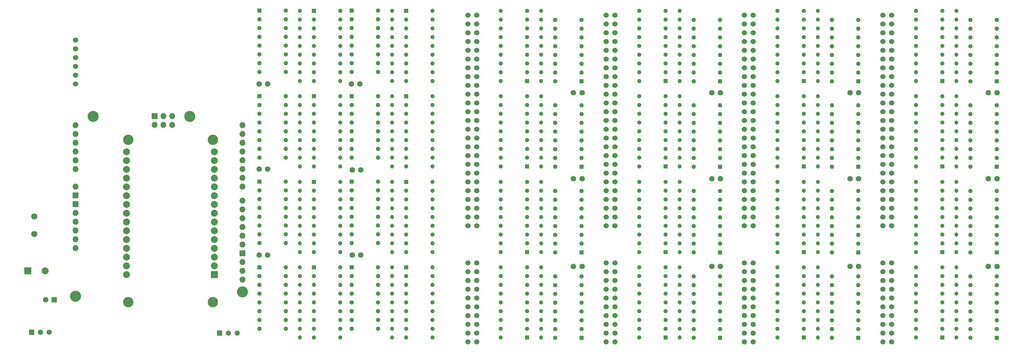
<source format=gbs>
%TF.GenerationSoftware,KiCad,Pcbnew,(7.0.0)*%
%TF.CreationDate,2023-03-13T22:40:24-04:00*%
%TF.ProjectId,luminator,6c756d69-6e61-4746-9f72-2e6b69636164,rev?*%
%TF.SameCoordinates,Original*%
%TF.FileFunction,Soldermask,Bot*%
%TF.FilePolarity,Negative*%
%FSLAX46Y46*%
G04 Gerber Fmt 4.6, Leading zero omitted, Abs format (unit mm)*
G04 Created by KiCad (PCBNEW (7.0.0)) date 2023-03-13 22:40:24*
%MOMM*%
%LPD*%
G01*
G04 APERTURE LIST*
%ADD10C,1.600000*%
%ADD11R,1.295400X1.295400*%
%ADD12C,1.295400*%
%ADD13R,1.227074X1.227074*%
%ADD14C,1.227074*%
%ADD15R,1.600000X1.600000*%
%ADD16C,1.200000*%
%ADD17C,1.498600*%
%ADD18C,1.524000*%
%ADD19C,3.000000*%
%ADD20R,2.000000X2.000000*%
%ADD21C,2.000000*%
%ADD22R,1.508000X1.508000*%
%ADD23C,1.508000*%
%ADD24C,1.803400*%
%ADD25C,3.200000*%
%ADD26O,1.727200X1.727200*%
%ADD27R,1.727200X1.727200*%
G04 APERTURE END LIST*
D10*
X240538000Y-98806000D03*
X238038000Y-98806000D03*
D11*
X133921499Y-74231499D03*
D12*
X133921500Y-76771500D03*
X133921500Y-79311500D03*
X133921500Y-81851500D03*
X133921500Y-84391500D03*
X133921500Y-86931500D03*
X133921500Y-89471500D03*
X133921500Y-92011500D03*
X141541500Y-92011500D03*
X141541500Y-89471500D03*
X141541500Y-86931500D03*
X141541500Y-84391500D03*
X141541500Y-81851500D03*
X141541500Y-79311500D03*
X141541500Y-76771500D03*
X141541500Y-74231500D03*
D13*
X224682999Y-45084999D03*
D14*
X224683000Y-42545000D03*
X224683000Y-40005000D03*
X224683000Y-37465000D03*
X224683000Y-34925000D03*
X224683000Y-32385000D03*
X224683000Y-29845000D03*
X224683000Y-27305000D03*
X224683000Y-24765000D03*
X217063000Y-24765000D03*
X217063000Y-27305000D03*
X217063000Y-29845000D03*
X217063000Y-32385000D03*
X217063000Y-34925000D03*
X217063000Y-37465000D03*
X217063000Y-40005000D03*
X217063000Y-42545000D03*
X217063000Y-45085000D03*
D11*
X320428299Y-119443499D03*
D12*
X320428300Y-116903500D03*
X320428300Y-114363500D03*
X320428300Y-111823500D03*
X320428300Y-109283500D03*
X320428300Y-106743500D03*
X320428300Y-104203500D03*
X320428300Y-101663500D03*
X312808300Y-101663500D03*
X312808300Y-104203500D03*
X312808300Y-106743500D03*
X312808300Y-109283500D03*
X312808300Y-111823500D03*
X312808300Y-114363500D03*
X312808300Y-116903500D03*
X312808300Y-119443500D03*
D10*
X200533000Y-73406000D03*
X198033000Y-73406000D03*
D15*
X47941112Y-108457999D03*
D10*
X45441113Y-108458000D03*
X240538000Y-73406000D03*
X238038000Y-73406000D03*
D13*
X224682999Y-119379999D03*
D14*
X224683000Y-116840000D03*
X224683000Y-114300000D03*
X224683000Y-111760000D03*
X224683000Y-109220000D03*
X224683000Y-106680000D03*
X224683000Y-104140000D03*
X224683000Y-101600000D03*
X224683000Y-99060000D03*
X217063000Y-99060000D03*
X217063000Y-101600000D03*
X217063000Y-104140000D03*
X217063000Y-106680000D03*
X217063000Y-109220000D03*
X217063000Y-111760000D03*
X217063000Y-114300000D03*
X217063000Y-116840000D03*
X217063000Y-119380000D03*
D16*
X228747000Y-99060000D03*
X228747000Y-101600000D03*
X228747000Y-104140000D03*
X228747000Y-106680000D03*
X228747000Y-109220000D03*
X228747000Y-111760000D03*
X228747000Y-114300000D03*
X228747000Y-116840000D03*
X228747000Y-119380000D03*
D17*
X290055300Y-120650000D03*
X287515300Y-120650000D03*
X290055300Y-118110000D03*
X287515300Y-118110000D03*
X290055300Y-115570000D03*
X287515300Y-115570000D03*
X290055300Y-113030000D03*
X287515300Y-113030000D03*
X290055300Y-110490000D03*
X287515300Y-110490000D03*
X290055300Y-107950000D03*
X287515300Y-107950000D03*
X290055300Y-105410000D03*
X287515300Y-105410000D03*
X290055300Y-102870000D03*
X287515300Y-102870000D03*
X290055300Y-100330000D03*
X287515300Y-100330000D03*
X290055300Y-97790000D03*
X287515300Y-97790000D03*
D10*
X107144500Y-70612000D03*
X109644500Y-70612000D03*
D16*
X118935500Y-119380000D03*
X118935500Y-116840000D03*
X118935500Y-114300000D03*
X118935500Y-111760000D03*
X118935500Y-109220000D03*
X118935500Y-106680000D03*
X118935500Y-104140000D03*
X118935500Y-101600000D03*
X118935500Y-99060000D03*
D18*
X250050300Y-86995000D03*
X247510300Y-86995000D03*
X250050300Y-84455000D03*
X247510300Y-84455000D03*
X250050300Y-81915000D03*
X247510300Y-81915000D03*
X250050300Y-79375000D03*
X247510300Y-79375000D03*
X250050300Y-76835000D03*
X247510300Y-76835000D03*
X250050300Y-74295000D03*
X247510300Y-74295000D03*
X250050300Y-71755000D03*
X247510300Y-71755000D03*
X250050300Y-69215000D03*
X247510300Y-69215000D03*
X250050300Y-66675000D03*
X247510300Y-66675000D03*
X250050300Y-64135000D03*
X247510300Y-64135000D03*
X250050300Y-61595000D03*
X247510300Y-61595000D03*
X250050300Y-59055000D03*
X247510300Y-59055000D03*
X250050300Y-56515000D03*
X247510300Y-56515000D03*
X250050300Y-53975000D03*
X247510300Y-53975000D03*
X250050300Y-51435000D03*
X247510300Y-51435000D03*
X250050300Y-48895000D03*
X247510300Y-48895000D03*
X250050300Y-46355000D03*
X247510300Y-46355000D03*
X250050300Y-43815000D03*
X247510300Y-43815000D03*
X250050300Y-41275000D03*
X247510300Y-41275000D03*
X250050300Y-38735000D03*
X247510300Y-38735000D03*
X250050300Y-36195000D03*
X247510300Y-36195000D03*
X250050300Y-33655000D03*
X247510300Y-33655000D03*
X250050300Y-31115000D03*
X247510300Y-31115000D03*
X250050300Y-28575000D03*
X247510300Y-28575000D03*
X250050300Y-26035000D03*
X247510300Y-26035000D03*
D17*
X210058000Y-120650000D03*
X207518000Y-120650000D03*
X210058000Y-118110000D03*
X207518000Y-118110000D03*
X210058000Y-115570000D03*
X207518000Y-115570000D03*
X210058000Y-113030000D03*
X207518000Y-113030000D03*
X210058000Y-110490000D03*
X207518000Y-110490000D03*
X210058000Y-107950000D03*
X207518000Y-107950000D03*
X210058000Y-105410000D03*
X207518000Y-105410000D03*
X210058000Y-102870000D03*
X207518000Y-102870000D03*
X210058000Y-100330000D03*
X207518000Y-100330000D03*
X210058000Y-97790000D03*
X207518000Y-97790000D03*
D11*
X200425999Y-45148499D03*
D12*
X200426000Y-42608500D03*
X200426000Y-40068500D03*
X200426000Y-37528500D03*
X200426000Y-34988500D03*
X200426000Y-32448500D03*
X200426000Y-29908500D03*
X200426000Y-27368500D03*
X192806000Y-27368500D03*
X192806000Y-29908500D03*
X192806000Y-32448500D03*
X192806000Y-34988500D03*
X192806000Y-37528500D03*
X192806000Y-40068500D03*
X192806000Y-42608500D03*
X192806000Y-45148500D03*
D11*
X280423299Y-119443499D03*
D12*
X280423300Y-116903500D03*
X280423300Y-114363500D03*
X280423300Y-111823500D03*
X280423300Y-109283500D03*
X280423300Y-106743500D03*
X280423300Y-104203500D03*
X280423300Y-101663500D03*
X272803300Y-101663500D03*
X272803300Y-104203500D03*
X272803300Y-106743500D03*
X272803300Y-109283500D03*
X272803300Y-111823500D03*
X272803300Y-114363500D03*
X272803300Y-116903500D03*
X272803300Y-119443500D03*
D16*
X268739300Y-24765000D03*
X268739300Y-27305000D03*
X268739300Y-29845000D03*
X268739300Y-32385000D03*
X268739300Y-34925000D03*
X268739300Y-37465000D03*
X268739300Y-40005000D03*
X268739300Y-42545000D03*
X268739300Y-45085000D03*
D10*
X133814500Y-45974000D03*
X136314500Y-45974000D03*
D11*
X280423299Y-45148499D03*
D12*
X280423300Y-42608500D03*
X280423300Y-40068500D03*
X280423300Y-37528500D03*
X280423300Y-34988500D03*
X280423300Y-32448500D03*
X280423300Y-29908500D03*
X280423300Y-27368500D03*
X272803300Y-27368500D03*
X272803300Y-29908500D03*
X272803300Y-32448500D03*
X272803300Y-34988500D03*
X272803300Y-37528500D03*
X272803300Y-40068500D03*
X272803300Y-42608500D03*
X272803300Y-45148500D03*
D10*
X240538000Y-48514000D03*
X238038000Y-48514000D03*
D13*
X122999499Y-74294999D03*
D14*
X122999500Y-76835000D03*
X122999500Y-79375000D03*
X122999500Y-81915000D03*
X122999500Y-84455000D03*
X122999500Y-86995000D03*
X122999500Y-89535000D03*
X122999500Y-92075000D03*
X122999500Y-94615000D03*
X130619500Y-94615000D03*
X130619500Y-92075000D03*
X130619500Y-89535000D03*
X130619500Y-86995000D03*
X130619500Y-84455000D03*
X130619500Y-81915000D03*
X130619500Y-79375000D03*
X130619500Y-76835000D03*
X130619500Y-74295000D03*
D13*
X304680299Y-119379999D03*
D14*
X304680300Y-116840000D03*
X304680300Y-114300000D03*
X304680300Y-111760000D03*
X304680300Y-109220000D03*
X304680300Y-106680000D03*
X304680300Y-104140000D03*
X304680300Y-101600000D03*
X304680300Y-99060000D03*
X297060300Y-99060000D03*
X297060300Y-101600000D03*
X297060300Y-104140000D03*
X297060300Y-106680000D03*
X297060300Y-109220000D03*
X297060300Y-111760000D03*
X297060300Y-114300000D03*
X297060300Y-116840000D03*
X297060300Y-119380000D03*
D13*
X304680299Y-69849999D03*
D14*
X304680300Y-67310000D03*
X304680300Y-64770000D03*
X304680300Y-62230000D03*
X304680300Y-59690000D03*
X304680300Y-57150000D03*
X304680300Y-54610000D03*
X304680300Y-52070000D03*
X304680300Y-49530000D03*
X297060300Y-49530000D03*
X297060300Y-52070000D03*
X297060300Y-54610000D03*
X297060300Y-57150000D03*
X297060300Y-59690000D03*
X297060300Y-62230000D03*
X297060300Y-64770000D03*
X297060300Y-67310000D03*
X297060300Y-69850000D03*
D10*
X200533000Y-98806000D03*
X198033000Y-98806000D03*
D17*
X250050300Y-120650000D03*
X247510300Y-120650000D03*
X250050300Y-118110000D03*
X247510300Y-118110000D03*
X250050300Y-115570000D03*
X247510300Y-115570000D03*
X250050300Y-113030000D03*
X247510300Y-113030000D03*
X250050300Y-110490000D03*
X247510300Y-110490000D03*
X250050300Y-107950000D03*
X247510300Y-107950000D03*
X250050300Y-105410000D03*
X247510300Y-105410000D03*
X250050300Y-102870000D03*
X247510300Y-102870000D03*
X250050300Y-100330000D03*
X247510300Y-100330000D03*
X250050300Y-97790000D03*
X247510300Y-97790000D03*
D10*
X280530300Y-73406000D03*
X278030300Y-73406000D03*
D11*
X240430999Y-69913499D03*
D12*
X240431000Y-67373500D03*
X240431000Y-64833500D03*
X240431000Y-62293500D03*
X240431000Y-59753500D03*
X240431000Y-57213500D03*
X240431000Y-54673500D03*
X240431000Y-52133500D03*
X232811000Y-52133500D03*
X232811000Y-54673500D03*
X232811000Y-57213500D03*
X232811000Y-59753500D03*
X232811000Y-62293500D03*
X232811000Y-64833500D03*
X232811000Y-67373500D03*
X232811000Y-69913500D03*
D16*
X268739300Y-99060000D03*
X268739300Y-101600000D03*
X268739300Y-104140000D03*
X268739300Y-106680000D03*
X268739300Y-109220000D03*
X268739300Y-111760000D03*
X268739300Y-114300000D03*
X268739300Y-116840000D03*
X268739300Y-119380000D03*
X308744300Y-49530000D03*
X308744300Y-52070000D03*
X308744300Y-54610000D03*
X308744300Y-57150000D03*
X308744300Y-59690000D03*
X308744300Y-62230000D03*
X308744300Y-64770000D03*
X308744300Y-67310000D03*
X308744300Y-69850000D03*
D13*
X149669499Y-49529999D03*
D14*
X149669500Y-52070000D03*
X149669500Y-54610000D03*
X149669500Y-57150000D03*
X149669500Y-59690000D03*
X149669500Y-62230000D03*
X149669500Y-64770000D03*
X149669500Y-67310000D03*
X149669500Y-69850000D03*
X157289500Y-69850000D03*
X157289500Y-67310000D03*
X157289500Y-64770000D03*
X157289500Y-62230000D03*
X157289500Y-59690000D03*
X157289500Y-57150000D03*
X157289500Y-54610000D03*
X157289500Y-52070000D03*
X157289500Y-49530000D03*
D11*
X107251499Y-98996499D03*
D12*
X107251500Y-101536500D03*
X107251500Y-104076500D03*
X107251500Y-106616500D03*
X107251500Y-109156500D03*
X107251500Y-111696500D03*
X107251500Y-114236500D03*
X107251500Y-116776500D03*
X114871500Y-116776500D03*
X114871500Y-114236500D03*
X114871500Y-111696500D03*
X114871500Y-109156500D03*
X114871500Y-106616500D03*
X114871500Y-104076500D03*
X114871500Y-101536500D03*
X114871500Y-98996500D03*
D11*
X200425999Y-69913499D03*
D12*
X200426000Y-67373500D03*
X200426000Y-64833500D03*
X200426000Y-62293500D03*
X200426000Y-59753500D03*
X200426000Y-57213500D03*
X200426000Y-54673500D03*
X200426000Y-52133500D03*
X192806000Y-52133500D03*
X192806000Y-54673500D03*
X192806000Y-57213500D03*
X192806000Y-59753500D03*
X192806000Y-62293500D03*
X192806000Y-64833500D03*
X192806000Y-67373500D03*
X192806000Y-69913500D03*
D19*
X69304000Y-62123000D03*
X69304000Y-109073000D03*
X93814000Y-62123000D03*
X93814000Y-109073000D03*
D20*
X94233999Y-101112999D03*
D21*
X94234000Y-98573000D03*
X94234000Y-96033000D03*
X94234000Y-93493000D03*
X94234000Y-90953000D03*
X94234000Y-88413000D03*
X94234000Y-85873000D03*
X94234000Y-83333000D03*
X94234000Y-80793000D03*
X94234000Y-78253000D03*
X94234000Y-75713000D03*
X94234000Y-73173000D03*
X94234000Y-70633000D03*
X94234000Y-68093000D03*
X94234000Y-65553000D03*
X68834000Y-65553000D03*
X68834000Y-68093000D03*
X68834000Y-70633000D03*
X68834000Y-73173000D03*
X68834000Y-75713000D03*
X68834000Y-78253000D03*
X68834000Y-80793000D03*
X68834000Y-83333000D03*
X68834000Y-85873000D03*
X68834000Y-88413000D03*
X68834000Y-90953000D03*
X68834000Y-93493000D03*
X68834000Y-96033000D03*
X68834000Y-98573000D03*
X68834000Y-101113000D03*
D13*
X122999499Y-49529999D03*
D14*
X122999500Y-52070000D03*
X122999500Y-54610000D03*
X122999500Y-57150000D03*
X122999500Y-59690000D03*
X122999500Y-62230000D03*
X122999500Y-64770000D03*
X122999500Y-67310000D03*
X122999500Y-69850000D03*
X130619500Y-69850000D03*
X130619500Y-67310000D03*
X130619500Y-64770000D03*
X130619500Y-62230000D03*
X130619500Y-59690000D03*
X130619500Y-57150000D03*
X130619500Y-54610000D03*
X130619500Y-52070000D03*
X130619500Y-49530000D03*
D11*
X240430999Y-45148499D03*
D12*
X240431000Y-42608500D03*
X240431000Y-40068500D03*
X240431000Y-37528500D03*
X240431000Y-34988500D03*
X240431000Y-32448500D03*
X240431000Y-29908500D03*
X240431000Y-27368500D03*
X232811000Y-27368500D03*
X232811000Y-29908500D03*
X232811000Y-32448500D03*
X232811000Y-34988500D03*
X232811000Y-37528500D03*
X232811000Y-40068500D03*
X232811000Y-42608500D03*
X232811000Y-45148500D03*
D11*
X133921499Y-24701499D03*
D12*
X133921500Y-27241500D03*
X133921500Y-29781500D03*
X133921500Y-32321500D03*
X133921500Y-34861500D03*
X133921500Y-37401500D03*
X133921500Y-39941500D03*
X133921500Y-42481500D03*
X141541500Y-42481500D03*
X141541500Y-39941500D03*
X141541500Y-37401500D03*
X141541500Y-34861500D03*
X141541500Y-32321500D03*
X141541500Y-29781500D03*
X141541500Y-27241500D03*
X141541500Y-24701500D03*
D16*
X188742000Y-99060000D03*
X188742000Y-101600000D03*
X188742000Y-104140000D03*
X188742000Y-106680000D03*
X188742000Y-109220000D03*
X188742000Y-111760000D03*
X188742000Y-114300000D03*
X188742000Y-116840000D03*
X188742000Y-119380000D03*
X188742000Y-74295000D03*
X188742000Y-76835000D03*
X188742000Y-79375000D03*
X188742000Y-81915000D03*
X188742000Y-84455000D03*
X188742000Y-86995000D03*
X188742000Y-89535000D03*
X188742000Y-92075000D03*
X188742000Y-94615000D03*
X145605500Y-45085000D03*
X145605500Y-42545000D03*
X145605500Y-40005000D03*
X145605500Y-37465000D03*
X145605500Y-34925000D03*
X145605500Y-32385000D03*
X145605500Y-29845000D03*
X145605500Y-27305000D03*
X145605500Y-24765000D03*
X145605500Y-119380000D03*
X145605500Y-116840000D03*
X145605500Y-114300000D03*
X145605500Y-111760000D03*
X145605500Y-109220000D03*
X145605500Y-106680000D03*
X145605500Y-104140000D03*
X145605500Y-101600000D03*
X145605500Y-99060000D03*
D10*
X320535300Y-98806000D03*
X318035300Y-98806000D03*
D16*
X228747000Y-24765000D03*
X228747000Y-27305000D03*
X228747000Y-29845000D03*
X228747000Y-32385000D03*
X228747000Y-34925000D03*
X228747000Y-37465000D03*
X228747000Y-40005000D03*
X228747000Y-42545000D03*
X228747000Y-45085000D03*
D13*
X149669499Y-24764999D03*
D14*
X149669500Y-27305000D03*
X149669500Y-29845000D03*
X149669500Y-32385000D03*
X149669500Y-34925000D03*
X149669500Y-37465000D03*
X149669500Y-40005000D03*
X149669500Y-42545000D03*
X149669500Y-45085000D03*
X157289500Y-45085000D03*
X157289500Y-42545000D03*
X157289500Y-40005000D03*
X157289500Y-37465000D03*
X157289500Y-34925000D03*
X157289500Y-32385000D03*
X157289500Y-29845000D03*
X157289500Y-27305000D03*
X157289500Y-24765000D03*
D13*
X264675299Y-69849999D03*
D14*
X264675300Y-67310000D03*
X264675300Y-64770000D03*
X264675300Y-62230000D03*
X264675300Y-59690000D03*
X264675300Y-57150000D03*
X264675300Y-54610000D03*
X264675300Y-52070000D03*
X264675300Y-49530000D03*
X257055300Y-49530000D03*
X257055300Y-52070000D03*
X257055300Y-54610000D03*
X257055300Y-57150000D03*
X257055300Y-59690000D03*
X257055300Y-62230000D03*
X257055300Y-64770000D03*
X257055300Y-67310000D03*
X257055300Y-69850000D03*
D13*
X184677999Y-94614999D03*
D14*
X184678000Y-92075000D03*
X184678000Y-89535000D03*
X184678000Y-86995000D03*
X184678000Y-84455000D03*
X184678000Y-81915000D03*
X184678000Y-79375000D03*
X184678000Y-76835000D03*
X184678000Y-74295000D03*
X177058000Y-74295000D03*
X177058000Y-76835000D03*
X177058000Y-79375000D03*
X177058000Y-81915000D03*
X177058000Y-84455000D03*
X177058000Y-86995000D03*
X177058000Y-89535000D03*
X177058000Y-92075000D03*
X177058000Y-94615000D03*
D10*
X134068500Y-70866000D03*
X136568500Y-70866000D03*
D11*
X240430999Y-119443499D03*
D12*
X240431000Y-116903500D03*
X240431000Y-114363500D03*
X240431000Y-111823500D03*
X240431000Y-109283500D03*
X240431000Y-106743500D03*
X240431000Y-104203500D03*
X240431000Y-101663500D03*
X232811000Y-101663500D03*
X232811000Y-104203500D03*
X232811000Y-106743500D03*
X232811000Y-109283500D03*
X232811000Y-111823500D03*
X232811000Y-114363500D03*
X232811000Y-116903500D03*
X232811000Y-119443500D03*
D13*
X149669499Y-99059999D03*
D14*
X149669500Y-101600000D03*
X149669500Y-104140000D03*
X149669500Y-106680000D03*
X149669500Y-109220000D03*
X149669500Y-111760000D03*
X149669500Y-114300000D03*
X149669500Y-116840000D03*
X149669500Y-119380000D03*
X157289500Y-119380000D03*
X157289500Y-116840000D03*
X157289500Y-114300000D03*
X157289500Y-111760000D03*
X157289500Y-109220000D03*
X157289500Y-106680000D03*
X157289500Y-104140000D03*
X157289500Y-101600000D03*
X157289500Y-99060000D03*
D18*
X210058000Y-86995000D03*
X207518000Y-86995000D03*
X210058000Y-84455000D03*
X207518000Y-84455000D03*
X210058000Y-81915000D03*
X207518000Y-81915000D03*
X210058000Y-79375000D03*
X207518000Y-79375000D03*
X210058000Y-76835000D03*
X207518000Y-76835000D03*
X210058000Y-74295000D03*
X207518000Y-74295000D03*
X210058000Y-71755000D03*
X207518000Y-71755000D03*
X210058000Y-69215000D03*
X207518000Y-69215000D03*
X210058000Y-66675000D03*
X207518000Y-66675000D03*
X210058000Y-64135000D03*
X207518000Y-64135000D03*
X210058000Y-61595000D03*
X207518000Y-61595000D03*
X210058000Y-59055000D03*
X207518000Y-59055000D03*
X210058000Y-56515000D03*
X207518000Y-56515000D03*
X210058000Y-53975000D03*
X207518000Y-53975000D03*
X210058000Y-51435000D03*
X207518000Y-51435000D03*
X210058000Y-48895000D03*
X207518000Y-48895000D03*
X210058000Y-46355000D03*
X207518000Y-46355000D03*
X210058000Y-43815000D03*
X207518000Y-43815000D03*
X210058000Y-41275000D03*
X207518000Y-41275000D03*
X210058000Y-38735000D03*
X207518000Y-38735000D03*
X210058000Y-36195000D03*
X207518000Y-36195000D03*
X210058000Y-33655000D03*
X207518000Y-33655000D03*
X210058000Y-31115000D03*
X207518000Y-31115000D03*
X210058000Y-28575000D03*
X207518000Y-28575000D03*
X210058000Y-26035000D03*
X207518000Y-26035000D03*
D13*
X264675299Y-45084999D03*
D14*
X264675300Y-42545000D03*
X264675300Y-40005000D03*
X264675300Y-37465000D03*
X264675300Y-34925000D03*
X264675300Y-32385000D03*
X264675300Y-29845000D03*
X264675300Y-27305000D03*
X264675300Y-24765000D03*
X257055300Y-24765000D03*
X257055300Y-27305000D03*
X257055300Y-29845000D03*
X257055300Y-32385000D03*
X257055300Y-34925000D03*
X257055300Y-37465000D03*
X257055300Y-40005000D03*
X257055300Y-42545000D03*
X257055300Y-45085000D03*
D13*
X184677999Y-119379999D03*
D14*
X184678000Y-116840000D03*
X184678000Y-114300000D03*
X184678000Y-111760000D03*
X184678000Y-109220000D03*
X184678000Y-106680000D03*
X184678000Y-104140000D03*
X184678000Y-101600000D03*
X184678000Y-99060000D03*
X177058000Y-99060000D03*
X177058000Y-101600000D03*
X177058000Y-104140000D03*
X177058000Y-106680000D03*
X177058000Y-109220000D03*
X177058000Y-111760000D03*
X177058000Y-114300000D03*
X177058000Y-116840000D03*
X177058000Y-119380000D03*
D11*
X320428299Y-45148499D03*
D12*
X320428300Y-42608500D03*
X320428300Y-40068500D03*
X320428300Y-37528500D03*
X320428300Y-34988500D03*
X320428300Y-32448500D03*
X320428300Y-29908500D03*
X320428300Y-27368500D03*
X312808300Y-27368500D03*
X312808300Y-29908500D03*
X312808300Y-32448500D03*
X312808300Y-34988500D03*
X312808300Y-37528500D03*
X312808300Y-40068500D03*
X312808300Y-42608500D03*
X312808300Y-45148500D03*
D10*
X107144500Y-45974000D03*
X109644500Y-45974000D03*
D22*
X41401999Y-117855999D03*
D23*
X43942000Y-117856000D03*
X46482000Y-117856000D03*
D16*
X308744300Y-24765000D03*
X308744300Y-27305000D03*
X308744300Y-29845000D03*
X308744300Y-32385000D03*
X308744300Y-34925000D03*
X308744300Y-37465000D03*
X308744300Y-40005000D03*
X308744300Y-42545000D03*
X308744300Y-45085000D03*
D13*
X149669499Y-74294999D03*
D14*
X149669500Y-76835000D03*
X149669500Y-79375000D03*
X149669500Y-81915000D03*
X149669500Y-84455000D03*
X149669500Y-86995000D03*
X149669500Y-89535000D03*
X149669500Y-92075000D03*
X149669500Y-94615000D03*
X157289500Y-94615000D03*
X157289500Y-92075000D03*
X157289500Y-89535000D03*
X157289500Y-86995000D03*
X157289500Y-84455000D03*
X157289500Y-81915000D03*
X157289500Y-79375000D03*
X157289500Y-76835000D03*
X157289500Y-74295000D03*
D10*
X280530300Y-48514000D03*
X278030300Y-48514000D03*
D24*
X42164000Y-84328000D03*
X42164000Y-89408000D03*
D13*
X224682999Y-94614999D03*
D14*
X224683000Y-92075000D03*
X224683000Y-89535000D03*
X224683000Y-86995000D03*
X224683000Y-84455000D03*
X224683000Y-81915000D03*
X224683000Y-79375000D03*
X224683000Y-76835000D03*
X224683000Y-74295000D03*
X217063000Y-74295000D03*
X217063000Y-76835000D03*
X217063000Y-79375000D03*
X217063000Y-81915000D03*
X217063000Y-84455000D03*
X217063000Y-86995000D03*
X217063000Y-89535000D03*
X217063000Y-92075000D03*
X217063000Y-94615000D03*
D11*
X133921499Y-49466499D03*
D12*
X133921500Y-52006500D03*
X133921500Y-54546500D03*
X133921500Y-57086500D03*
X133921500Y-59626500D03*
X133921500Y-62166500D03*
X133921500Y-64706500D03*
X133921500Y-67246500D03*
X141541500Y-67246500D03*
X141541500Y-64706500D03*
X141541500Y-62166500D03*
X141541500Y-59626500D03*
X141541500Y-57086500D03*
X141541500Y-54546500D03*
X141541500Y-52006500D03*
X141541500Y-49466500D03*
D11*
X200425999Y-94678499D03*
D12*
X200426000Y-92138500D03*
X200426000Y-89598500D03*
X200426000Y-87058500D03*
X200426000Y-84518500D03*
X200426000Y-81978500D03*
X200426000Y-79438500D03*
X200426000Y-76898500D03*
X192806000Y-76898500D03*
X192806000Y-79438500D03*
X192806000Y-81978500D03*
X192806000Y-84518500D03*
X192806000Y-87058500D03*
X192806000Y-89598500D03*
X192806000Y-92138500D03*
X192806000Y-94678500D03*
D10*
X280530300Y-98806000D03*
X278030300Y-98806000D03*
D18*
X290055300Y-86995000D03*
X287515300Y-86995000D03*
X290055300Y-84455000D03*
X287515300Y-84455000D03*
X290055300Y-81915000D03*
X287515300Y-81915000D03*
X290055300Y-79375000D03*
X287515300Y-79375000D03*
X290055300Y-76835000D03*
X287515300Y-76835000D03*
X290055300Y-74295000D03*
X287515300Y-74295000D03*
X290055300Y-71755000D03*
X287515300Y-71755000D03*
X290055300Y-69215000D03*
X287515300Y-69215000D03*
X290055300Y-66675000D03*
X287515300Y-66675000D03*
X290055300Y-64135000D03*
X287515300Y-64135000D03*
X290055300Y-61595000D03*
X287515300Y-61595000D03*
X290055300Y-59055000D03*
X287515300Y-59055000D03*
X290055300Y-56515000D03*
X287515300Y-56515000D03*
X290055300Y-53975000D03*
X287515300Y-53975000D03*
X290055300Y-51435000D03*
X287515300Y-51435000D03*
X290055300Y-48895000D03*
X287515300Y-48895000D03*
X290055300Y-46355000D03*
X287515300Y-46355000D03*
X290055300Y-43815000D03*
X287515300Y-43815000D03*
X290055300Y-41275000D03*
X287515300Y-41275000D03*
X290055300Y-38735000D03*
X287515300Y-38735000D03*
X290055300Y-36195000D03*
X287515300Y-36195000D03*
X290055300Y-33655000D03*
X287515300Y-33655000D03*
X290055300Y-31115000D03*
X287515300Y-31115000D03*
X290055300Y-28575000D03*
X287515300Y-28575000D03*
X290055300Y-26035000D03*
X287515300Y-26035000D03*
D11*
X280423299Y-94678499D03*
D12*
X280423300Y-92138500D03*
X280423300Y-89598500D03*
X280423300Y-87058500D03*
X280423300Y-84518500D03*
X280423300Y-81978500D03*
X280423300Y-79438500D03*
X280423300Y-76898500D03*
X272803300Y-76898500D03*
X272803300Y-79438500D03*
X272803300Y-81978500D03*
X272803300Y-84518500D03*
X272803300Y-87058500D03*
X272803300Y-89598500D03*
X272803300Y-92138500D03*
X272803300Y-94678500D03*
D16*
X228747000Y-74295000D03*
X228747000Y-76835000D03*
X228747000Y-79375000D03*
X228747000Y-81915000D03*
X228747000Y-84455000D03*
X228747000Y-86995000D03*
X228747000Y-89535000D03*
X228747000Y-92075000D03*
X228747000Y-94615000D03*
D11*
X320428299Y-69913499D03*
D12*
X320428300Y-67373500D03*
X320428300Y-64833500D03*
X320428300Y-62293500D03*
X320428300Y-59753500D03*
X320428300Y-57213500D03*
X320428300Y-54673500D03*
X320428300Y-52133500D03*
X312808300Y-52133500D03*
X312808300Y-54673500D03*
X312808300Y-57213500D03*
X312808300Y-59753500D03*
X312808300Y-62293500D03*
X312808300Y-64833500D03*
X312808300Y-67373500D03*
X312808300Y-69913500D03*
D10*
X320535300Y-73406000D03*
X318035300Y-73406000D03*
X320535300Y-48514000D03*
X318035300Y-48514000D03*
D13*
X224682999Y-69849999D03*
D14*
X224683000Y-67310000D03*
X224683000Y-64770000D03*
X224683000Y-62230000D03*
X224683000Y-59690000D03*
X224683000Y-57150000D03*
X224683000Y-54610000D03*
X224683000Y-52070000D03*
X224683000Y-49530000D03*
X217063000Y-49530000D03*
X217063000Y-52070000D03*
X217063000Y-54610000D03*
X217063000Y-57150000D03*
X217063000Y-59690000D03*
X217063000Y-62230000D03*
X217063000Y-64770000D03*
X217063000Y-67310000D03*
X217063000Y-69850000D03*
D16*
X118935500Y-45085000D03*
X118935500Y-42545000D03*
X118935500Y-40005000D03*
X118935500Y-37465000D03*
X118935500Y-34925000D03*
X118935500Y-32385000D03*
X118935500Y-29845000D03*
X118935500Y-27305000D03*
X118935500Y-24765000D03*
D13*
X122999499Y-99059999D03*
D14*
X122999500Y-101600000D03*
X122999500Y-104140000D03*
X122999500Y-106680000D03*
X122999500Y-109220000D03*
X122999500Y-111760000D03*
X122999500Y-114300000D03*
X122999500Y-116840000D03*
X122999500Y-119380000D03*
X130619500Y-119380000D03*
X130619500Y-116840000D03*
X130619500Y-114300000D03*
X130619500Y-111760000D03*
X130619500Y-109220000D03*
X130619500Y-106680000D03*
X130619500Y-104140000D03*
X130619500Y-101600000D03*
X130619500Y-99060000D03*
D10*
X134068500Y-95504000D03*
X136568500Y-95504000D03*
D13*
X184677999Y-69849999D03*
D14*
X184678000Y-67310000D03*
X184678000Y-64770000D03*
X184678000Y-62230000D03*
X184678000Y-59690000D03*
X184678000Y-57150000D03*
X184678000Y-54610000D03*
X184678000Y-52070000D03*
X184678000Y-49530000D03*
X177058000Y-49530000D03*
X177058000Y-52070000D03*
X177058000Y-54610000D03*
X177058000Y-57150000D03*
X177058000Y-59690000D03*
X177058000Y-62230000D03*
X177058000Y-64770000D03*
X177058000Y-67310000D03*
X177058000Y-69850000D03*
D16*
X228747000Y-49530000D03*
X228747000Y-52070000D03*
X228747000Y-54610000D03*
X228747000Y-57150000D03*
X228747000Y-59690000D03*
X228747000Y-62230000D03*
X228747000Y-64770000D03*
X228747000Y-67310000D03*
X228747000Y-69850000D03*
D11*
X200425999Y-119443499D03*
D12*
X200426000Y-116903500D03*
X200426000Y-114363500D03*
X200426000Y-111823500D03*
X200426000Y-109283500D03*
X200426000Y-106743500D03*
X200426000Y-104203500D03*
X200426000Y-101663500D03*
X192806000Y-101663500D03*
X192806000Y-104203500D03*
X192806000Y-106743500D03*
X192806000Y-109283500D03*
X192806000Y-111823500D03*
X192806000Y-114363500D03*
X192806000Y-116903500D03*
X192806000Y-119443500D03*
D16*
X308744300Y-74295000D03*
X308744300Y-76835000D03*
X308744300Y-79375000D03*
X308744300Y-81915000D03*
X308744300Y-84455000D03*
X308744300Y-86995000D03*
X308744300Y-89535000D03*
X308744300Y-92075000D03*
X308744300Y-94615000D03*
D11*
X320428299Y-94678499D03*
D12*
X320428300Y-92138500D03*
X320428300Y-89598500D03*
X320428300Y-87058500D03*
X320428300Y-84518500D03*
X320428300Y-81978500D03*
X320428300Y-79438500D03*
X320428300Y-76898500D03*
X312808300Y-76898500D03*
X312808300Y-79438500D03*
X312808300Y-81978500D03*
X312808300Y-84518500D03*
X312808300Y-87058500D03*
X312808300Y-89598500D03*
X312808300Y-92138500D03*
X312808300Y-94678500D03*
D22*
X95757999Y-118109999D03*
D23*
X98298000Y-118110000D03*
X100838000Y-118110000D03*
D16*
X145605500Y-69850000D03*
X145605500Y-67310000D03*
X145605500Y-64770000D03*
X145605500Y-62230000D03*
X145605500Y-59690000D03*
X145605500Y-57150000D03*
X145605500Y-54610000D03*
X145605500Y-52070000D03*
X145605500Y-49530000D03*
D13*
X264675299Y-119379999D03*
D14*
X264675300Y-116840000D03*
X264675300Y-114300000D03*
X264675300Y-111760000D03*
X264675300Y-109220000D03*
X264675300Y-106680000D03*
X264675300Y-104140000D03*
X264675300Y-101600000D03*
X264675300Y-99060000D03*
X257055300Y-99060000D03*
X257055300Y-101600000D03*
X257055300Y-104140000D03*
X257055300Y-106680000D03*
X257055300Y-109220000D03*
X257055300Y-111760000D03*
X257055300Y-114300000D03*
X257055300Y-116840000D03*
X257055300Y-119380000D03*
D10*
X200533000Y-48514000D03*
X198033000Y-48514000D03*
D16*
X308744300Y-99060000D03*
X308744300Y-101600000D03*
X308744300Y-104140000D03*
X308744300Y-106680000D03*
X308744300Y-109220000D03*
X308744300Y-111760000D03*
X308744300Y-114300000D03*
X308744300Y-116840000D03*
X308744300Y-119380000D03*
D11*
X107251499Y-24701499D03*
D12*
X107251500Y-27241500D03*
X107251500Y-29781500D03*
X107251500Y-32321500D03*
X107251500Y-34861500D03*
X107251500Y-37401500D03*
X107251500Y-39941500D03*
X107251500Y-42481500D03*
X114871500Y-42481500D03*
X114871500Y-39941500D03*
X114871500Y-37401500D03*
X114871500Y-34861500D03*
X114871500Y-32321500D03*
X114871500Y-29781500D03*
X114871500Y-27241500D03*
X114871500Y-24701500D03*
D16*
X188742000Y-24765000D03*
X188742000Y-27305000D03*
X188742000Y-29845000D03*
X188742000Y-32385000D03*
X188742000Y-34925000D03*
X188742000Y-37465000D03*
X188742000Y-40005000D03*
X188742000Y-42545000D03*
X188742000Y-45085000D03*
D17*
X170053000Y-120650000D03*
X167513000Y-120650000D03*
X170053000Y-118110000D03*
X167513000Y-118110000D03*
X170053000Y-115570000D03*
X167513000Y-115570000D03*
X170053000Y-113030000D03*
X167513000Y-113030000D03*
X170053000Y-110490000D03*
X167513000Y-110490000D03*
X170053000Y-107950000D03*
X167513000Y-107950000D03*
X170053000Y-105410000D03*
X167513000Y-105410000D03*
X170053000Y-102870000D03*
X167513000Y-102870000D03*
X170053000Y-100330000D03*
X167513000Y-100330000D03*
X170053000Y-97790000D03*
X167513000Y-97790000D03*
D13*
X264675299Y-94614999D03*
D14*
X264675300Y-92075000D03*
X264675300Y-89535000D03*
X264675300Y-86995000D03*
X264675300Y-84455000D03*
X264675300Y-81915000D03*
X264675300Y-79375000D03*
X264675300Y-76835000D03*
X264675300Y-74295000D03*
X257055300Y-74295000D03*
X257055300Y-76835000D03*
X257055300Y-79375000D03*
X257055300Y-81915000D03*
X257055300Y-84455000D03*
X257055300Y-86995000D03*
X257055300Y-89535000D03*
X257055300Y-92075000D03*
X257055300Y-94615000D03*
D16*
X268739300Y-49530000D03*
X268739300Y-52070000D03*
X268739300Y-54610000D03*
X268739300Y-57150000D03*
X268739300Y-59690000D03*
X268739300Y-62230000D03*
X268739300Y-64770000D03*
X268739300Y-67310000D03*
X268739300Y-69850000D03*
D18*
X54102000Y-45974000D03*
X54102000Y-33274000D03*
X54102000Y-40894000D03*
X54102000Y-38354000D03*
X54102000Y-43434000D03*
X54102000Y-35814000D03*
D13*
X304680299Y-94614999D03*
D14*
X304680300Y-92075000D03*
X304680300Y-89535000D03*
X304680300Y-86995000D03*
X304680300Y-84455000D03*
X304680300Y-81915000D03*
X304680300Y-79375000D03*
X304680300Y-76835000D03*
X304680300Y-74295000D03*
X297060300Y-74295000D03*
X297060300Y-76835000D03*
X297060300Y-79375000D03*
X297060300Y-81915000D03*
X297060300Y-84455000D03*
X297060300Y-86995000D03*
X297060300Y-89535000D03*
X297060300Y-92075000D03*
X297060300Y-94615000D03*
D13*
X304680299Y-45084999D03*
D14*
X304680300Y-42545000D03*
X304680300Y-40005000D03*
X304680300Y-37465000D03*
X304680300Y-34925000D03*
X304680300Y-32385000D03*
X304680300Y-29845000D03*
X304680300Y-27305000D03*
X304680300Y-24765000D03*
X297060300Y-24765000D03*
X297060300Y-27305000D03*
X297060300Y-29845000D03*
X297060300Y-32385000D03*
X297060300Y-34925000D03*
X297060300Y-37465000D03*
X297060300Y-40005000D03*
X297060300Y-42545000D03*
X297060300Y-45085000D03*
D13*
X122999499Y-24764999D03*
D14*
X122999500Y-27305000D03*
X122999500Y-29845000D03*
X122999500Y-32385000D03*
X122999500Y-34925000D03*
X122999500Y-37465000D03*
X122999500Y-40005000D03*
X122999500Y-42545000D03*
X122999500Y-45085000D03*
X130619500Y-45085000D03*
X130619500Y-42545000D03*
X130619500Y-40005000D03*
X130619500Y-37465000D03*
X130619500Y-34925000D03*
X130619500Y-32385000D03*
X130619500Y-29845000D03*
X130619500Y-27305000D03*
X130619500Y-24765000D03*
D11*
X107251499Y-74231499D03*
D12*
X107251500Y-76771500D03*
X107251500Y-79311500D03*
X107251500Y-81851500D03*
X107251500Y-84391500D03*
X107251500Y-86931500D03*
X107251500Y-89471500D03*
X107251500Y-92011500D03*
X114871500Y-92011500D03*
X114871500Y-89471500D03*
X114871500Y-86931500D03*
X114871500Y-84391500D03*
X114871500Y-81851500D03*
X114871500Y-79311500D03*
X114871500Y-76771500D03*
X114871500Y-74231500D03*
D16*
X118935500Y-94615000D03*
X118935500Y-92075000D03*
X118935500Y-89535000D03*
X118935500Y-86995000D03*
X118935500Y-84455000D03*
X118935500Y-81915000D03*
X118935500Y-79375000D03*
X118935500Y-76835000D03*
X118935500Y-74295000D03*
D11*
X240430999Y-94678499D03*
D12*
X240431000Y-92138500D03*
X240431000Y-89598500D03*
X240431000Y-87058500D03*
X240431000Y-84518500D03*
X240431000Y-81978500D03*
X240431000Y-79438500D03*
X240431000Y-76898500D03*
X232811000Y-76898500D03*
X232811000Y-79438500D03*
X232811000Y-81978500D03*
X232811000Y-84518500D03*
X232811000Y-87058500D03*
X232811000Y-89598500D03*
X232811000Y-92138500D03*
X232811000Y-94678500D03*
D16*
X268739300Y-74295000D03*
X268739300Y-76835000D03*
X268739300Y-79375000D03*
X268739300Y-81915000D03*
X268739300Y-84455000D03*
X268739300Y-86995000D03*
X268739300Y-89535000D03*
X268739300Y-92075000D03*
X268739300Y-94615000D03*
X118935500Y-69850000D03*
X118935500Y-67310000D03*
X118935500Y-64770000D03*
X118935500Y-62230000D03*
X118935500Y-59690000D03*
X118935500Y-57150000D03*
X118935500Y-54610000D03*
X118935500Y-52070000D03*
X118935500Y-49530000D03*
D13*
X184677999Y-45084999D03*
D14*
X184678000Y-42545000D03*
X184678000Y-40005000D03*
X184678000Y-37465000D03*
X184678000Y-34925000D03*
X184678000Y-32385000D03*
X184678000Y-29845000D03*
X184678000Y-27305000D03*
X184678000Y-24765000D03*
X177058000Y-24765000D03*
X177058000Y-27305000D03*
X177058000Y-29845000D03*
X177058000Y-32385000D03*
X177058000Y-34925000D03*
X177058000Y-37465000D03*
X177058000Y-40005000D03*
X177058000Y-42545000D03*
X177058000Y-45085000D03*
D18*
X170053000Y-86995000D03*
X167513000Y-86995000D03*
X170053000Y-84455000D03*
X167513000Y-84455000D03*
X170053000Y-81915000D03*
X167513000Y-81915000D03*
X170053000Y-79375000D03*
X167513000Y-79375000D03*
X170053000Y-76835000D03*
X167513000Y-76835000D03*
X170053000Y-74295000D03*
X167513000Y-74295000D03*
X170053000Y-71755000D03*
X167513000Y-71755000D03*
X170053000Y-69215000D03*
X167513000Y-69215000D03*
X170053000Y-66675000D03*
X167513000Y-66675000D03*
X170053000Y-64135000D03*
X167513000Y-64135000D03*
X170053000Y-61595000D03*
X167513000Y-61595000D03*
X170053000Y-59055000D03*
X167513000Y-59055000D03*
X170053000Y-56515000D03*
X167513000Y-56515000D03*
X170053000Y-53975000D03*
X167513000Y-53975000D03*
X170053000Y-51435000D03*
X167513000Y-51435000D03*
X170053000Y-48895000D03*
X167513000Y-48895000D03*
X170053000Y-46355000D03*
X167513000Y-46355000D03*
X170053000Y-43815000D03*
X167513000Y-43815000D03*
X170053000Y-41275000D03*
X167513000Y-41275000D03*
X170053000Y-38735000D03*
X167513000Y-38735000D03*
X170053000Y-36195000D03*
X167513000Y-36195000D03*
X170053000Y-33655000D03*
X167513000Y-33655000D03*
X170053000Y-31115000D03*
X167513000Y-31115000D03*
X170053000Y-28575000D03*
X167513000Y-28575000D03*
X170053000Y-26035000D03*
X167513000Y-26035000D03*
D16*
X145605500Y-94615000D03*
X145605500Y-92075000D03*
X145605500Y-89535000D03*
X145605500Y-86995000D03*
X145605500Y-84455000D03*
X145605500Y-81915000D03*
X145605500Y-79375000D03*
X145605500Y-76835000D03*
X145605500Y-74295000D03*
X188742000Y-49530000D03*
X188742000Y-52070000D03*
X188742000Y-54610000D03*
X188742000Y-57150000D03*
X188742000Y-59690000D03*
X188742000Y-62230000D03*
X188742000Y-64770000D03*
X188742000Y-67310000D03*
X188742000Y-69850000D03*
D10*
X107144500Y-95504000D03*
X109644500Y-95504000D03*
D11*
X107251499Y-49466499D03*
D12*
X107251500Y-52006500D03*
X107251500Y-54546500D03*
X107251500Y-57086500D03*
X107251500Y-59626500D03*
X107251500Y-62166500D03*
X107251500Y-64706500D03*
X107251500Y-67246500D03*
X114871500Y-67246500D03*
X114871500Y-64706500D03*
X114871500Y-62166500D03*
X114871500Y-59626500D03*
X114871500Y-57086500D03*
X114871500Y-54546500D03*
X114871500Y-52006500D03*
X114871500Y-49466500D03*
D11*
X280423299Y-69913499D03*
D12*
X280423300Y-67373500D03*
X280423300Y-64833500D03*
X280423300Y-62293500D03*
X280423300Y-59753500D03*
X280423300Y-57213500D03*
X280423300Y-54673500D03*
X280423300Y-52133500D03*
X272803300Y-52133500D03*
X272803300Y-54673500D03*
X272803300Y-57213500D03*
X272803300Y-59753500D03*
X272803300Y-62293500D03*
X272803300Y-64833500D03*
X272803300Y-67373500D03*
X272803300Y-69913500D03*
D20*
X40304322Y-100075999D03*
D21*
X45304323Y-100076000D03*
D11*
X133921499Y-98996499D03*
D12*
X133921500Y-101536500D03*
X133921500Y-104076500D03*
X133921500Y-106616500D03*
X133921500Y-109156500D03*
X133921500Y-111696500D03*
X133921500Y-114236500D03*
X133921500Y-116776500D03*
X141541500Y-116776500D03*
X141541500Y-114236500D03*
X141541500Y-111696500D03*
X141541500Y-109156500D03*
X141541500Y-106616500D03*
X141541500Y-104076500D03*
X141541500Y-101536500D03*
X141541500Y-98996500D03*
D25*
X54102000Y-107442000D03*
X102362000Y-106172000D03*
D26*
X54101999Y-93471999D03*
D25*
X59182000Y-55372000D03*
X87122000Y-55372000D03*
D26*
X54101999Y-85851999D03*
X54101999Y-83311999D03*
X82041999Y-55244999D03*
X54101999Y-70611999D03*
X54101999Y-68071999D03*
X54101999Y-65531999D03*
X54101999Y-62991999D03*
X54101999Y-60451999D03*
X54101999Y-57911999D03*
X102361999Y-97535999D03*
X102361999Y-57911999D03*
X102361999Y-60451999D03*
X102361999Y-62991999D03*
X102361999Y-65531999D03*
X102361999Y-68071999D03*
X102361999Y-70611999D03*
X102361999Y-73151999D03*
X102361999Y-75691999D03*
X102361999Y-79755999D03*
X102361999Y-82295999D03*
X102361999Y-84835999D03*
X102361999Y-87375999D03*
X102361999Y-89915999D03*
X102361999Y-92455999D03*
D27*
X102361999Y-94995999D03*
X54101999Y-80771999D03*
X54101999Y-78231999D03*
X76961999Y-55244999D03*
D26*
X54101999Y-90931999D03*
X82041999Y-57784999D03*
X79501999Y-55244999D03*
X54101999Y-88391999D03*
X76961999Y-57784999D03*
X79501999Y-57784999D03*
X102361999Y-102615999D03*
X102361999Y-100075999D03*
X54101999Y-75691999D03*
M02*

</source>
